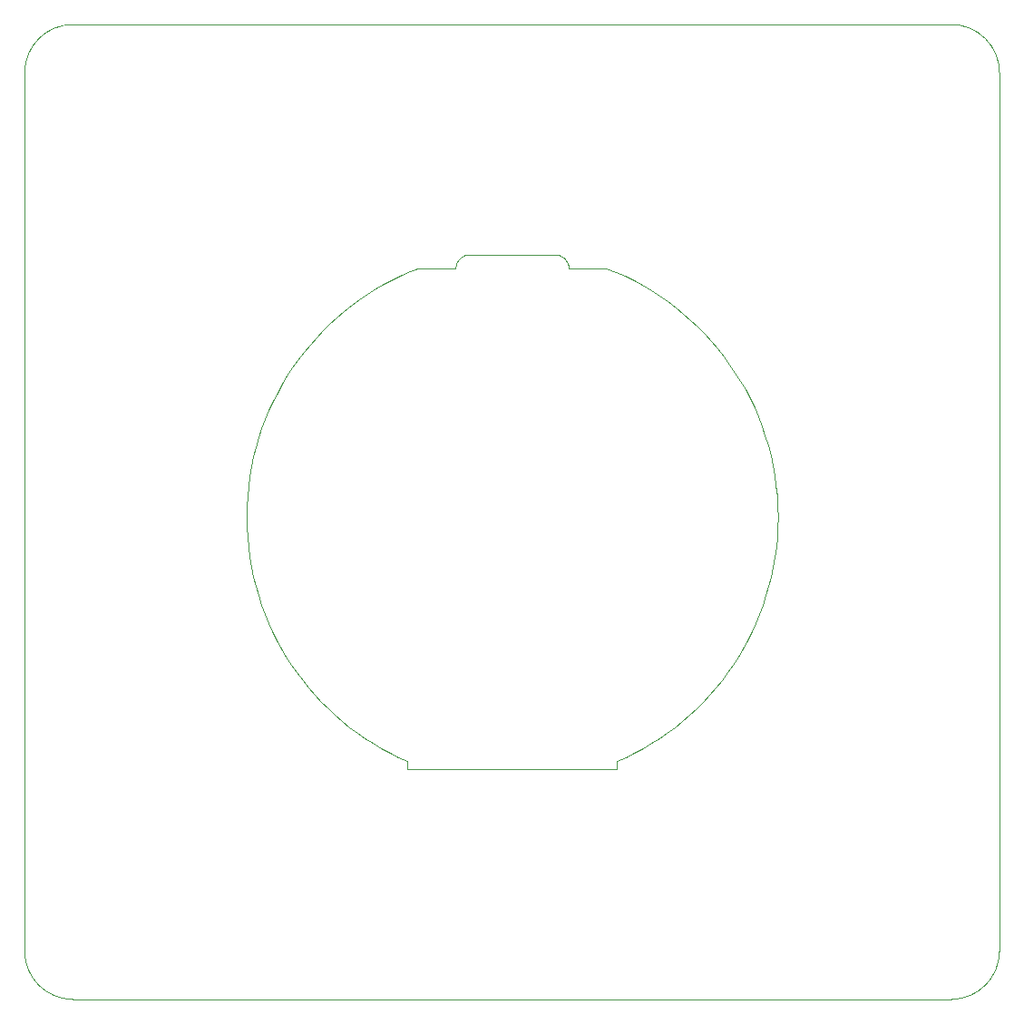
<source format=gbr>
%TF.GenerationSoftware,KiCad,Pcbnew,(5.1.8-0-10_14)*%
%TF.CreationDate,2021-08-11T22:05:50+02:00*%
%TF.ProjectId,Krasse-LED,4b726173-7365-42d4-9c45-442e6b696361,rev?*%
%TF.SameCoordinates,Original*%
%TF.FileFunction,Profile,NP*%
%FSLAX46Y46*%
G04 Gerber Fmt 4.6, Leading zero omitted, Abs format (unit mm)*
G04 Created by KiCad (PCBNEW (5.1.8-0-10_14)) date 2021-08-11 22:05:50*
%MOMM*%
%LPD*%
G01*
G04 APERTURE LIST*
%TA.AperFunction,Profile*%
%ADD10C,0.050000*%
%TD*%
%TA.AperFunction,Profile*%
%ADD11C,0.100000*%
%TD*%
G04 APERTURE END LIST*
D10*
X99000000Y-145500000D02*
G75*
G02*
X94500000Y-141000000I0J4500000D01*
G01*
X94500000Y-59000000D02*
X94500000Y-141000000D01*
X99000000Y-145500000D02*
X181000000Y-145500000D01*
X185500000Y-141000000D02*
X185500000Y-59000000D01*
X94500000Y-59000000D02*
G75*
G02*
X99000000Y-54500000I4500000J0D01*
G01*
X185500000Y-141000000D02*
G75*
G02*
X181000000Y-145500000I-4500000J0D01*
G01*
X181000000Y-54500000D02*
G75*
G02*
X185500000Y-59000000I0J-4500000D01*
G01*
X181000000Y-54500000D02*
X99000000Y-54500000D01*
D11*
%TO.C,D2*%
X164800000Y-100460000D02*
X164780621Y-99470521D01*
X164780621Y-99470521D02*
X164722967Y-98490874D01*
X164722967Y-98490874D02*
X164627762Y-97521782D01*
X164627762Y-97521782D02*
X164495728Y-96563968D01*
X164495728Y-96563968D02*
X164327588Y-95618155D01*
X164327588Y-95618155D02*
X164124066Y-94685066D01*
X164124066Y-94685066D02*
X163885885Y-93765424D01*
X163885885Y-93765424D02*
X163613768Y-92859953D01*
X163613768Y-92859953D02*
X163308439Y-91969375D01*
X163308439Y-91969375D02*
X162970620Y-91094414D01*
X162970620Y-91094414D02*
X162601034Y-90235794D01*
X162601034Y-90235794D02*
X162200406Y-89394236D01*
X162200406Y-89394236D02*
X161769457Y-88570464D01*
X161769457Y-88570464D02*
X161308912Y-87765202D01*
X161308912Y-87765202D02*
X160819494Y-86979173D01*
X160819494Y-86979173D02*
X160301925Y-86213100D01*
X160301925Y-86213100D02*
X159756928Y-85467705D01*
X159756928Y-85467705D02*
X159185228Y-84743712D01*
X159185228Y-84743712D02*
X158587547Y-84041845D01*
X158587547Y-84041845D02*
X157964609Y-83362826D01*
X157964609Y-83362826D02*
X157317136Y-82707378D01*
X157317136Y-82707378D02*
X156645852Y-82076225D01*
X156645852Y-82076225D02*
X155951480Y-81470090D01*
X155951480Y-81470090D02*
X155234743Y-80889696D01*
X155234743Y-80889696D02*
X154496365Y-80335767D01*
X154496365Y-80335767D02*
X153737068Y-79809024D01*
X153737068Y-79809024D02*
X152957576Y-79310192D01*
X152957576Y-79310192D02*
X152158612Y-78839994D01*
X152158612Y-78839994D02*
X151340899Y-78399152D01*
X151340899Y-78399152D02*
X150505161Y-77988390D01*
X150505161Y-77988390D02*
X149652120Y-77608432D01*
X149652120Y-77608432D02*
X148782500Y-77260000D01*
X148782500Y-77260000D02*
X145277999Y-77259801D01*
X130505400Y-77542500D02*
X130500000Y-77544600D01*
X130500000Y-77544600D02*
X129665809Y-77909029D01*
X129665809Y-77909029D02*
X128847903Y-78302836D01*
X128847903Y-78302836D02*
X128046949Y-78725349D01*
X128046949Y-78725349D02*
X127263618Y-79175902D01*
X127263618Y-79175902D02*
X126498576Y-79653825D01*
X126498576Y-79653825D02*
X125752494Y-80158449D01*
X125752494Y-80158449D02*
X125026040Y-80689106D01*
X125026040Y-80689106D02*
X124319882Y-81245126D01*
X124319882Y-81245126D02*
X123634690Y-81825842D01*
X123634690Y-81825842D02*
X122971133Y-82430584D01*
X122971133Y-82430584D02*
X122329878Y-83058683D01*
X122329878Y-83058683D02*
X121711596Y-83709471D01*
X121711596Y-83709471D02*
X121116954Y-84382279D01*
X121116954Y-84382279D02*
X120546622Y-85076439D01*
X120546622Y-85076439D02*
X120001268Y-85791281D01*
X120001268Y-85791281D02*
X119481562Y-86526137D01*
X119481562Y-86526137D02*
X118988171Y-87280338D01*
X118988171Y-87280338D02*
X118521765Y-88053215D01*
X118521765Y-88053215D02*
X118083012Y-88844100D01*
X118083012Y-88844100D02*
X117672582Y-89652323D01*
X117672582Y-89652323D02*
X117291143Y-90477217D01*
X117291143Y-90477217D02*
X116939363Y-91318111D01*
X116939363Y-91318111D02*
X116617913Y-92174338D01*
X116617913Y-92174338D02*
X116327460Y-93045229D01*
X116327460Y-93045229D02*
X116068673Y-93930115D01*
X116068673Y-93930115D02*
X115842221Y-94828327D01*
X115842221Y-94828327D02*
X115648773Y-95739197D01*
X115648773Y-95739197D02*
X115488998Y-96662055D01*
X115488998Y-96662055D02*
X115363564Y-97596233D01*
X115363564Y-97596233D02*
X115273140Y-98541062D01*
X115273140Y-98541062D02*
X115218395Y-99495874D01*
X115218395Y-99495874D02*
X115199999Y-100460000D01*
X115199999Y-100460000D02*
X115217988Y-101413415D01*
X115217988Y-101413415D02*
X115271524Y-102357730D01*
X115271524Y-102357730D02*
X115359962Y-103292297D01*
X115359962Y-103292297D02*
X115482653Y-104216471D01*
X115482653Y-104216471D02*
X115638952Y-105129605D01*
X115638952Y-105129605D02*
X115828212Y-106031052D01*
X115828212Y-106031052D02*
X116049786Y-106920166D01*
X116049786Y-106920166D02*
X116303028Y-107796300D01*
X116303028Y-107796300D02*
X116587292Y-108658807D01*
X116587292Y-108658807D02*
X116901929Y-109507041D01*
X116901929Y-109507041D02*
X117246295Y-110340355D01*
X117246295Y-110340355D02*
X117619742Y-111158103D01*
X117619742Y-111158103D02*
X118021624Y-111959638D01*
X118021624Y-111959638D02*
X118451294Y-112744313D01*
X118451294Y-112744313D02*
X118908105Y-113511483D01*
X118908105Y-113511483D02*
X119391411Y-114260500D01*
X119391411Y-114260500D02*
X119900566Y-114990717D01*
X119900566Y-114990717D02*
X120434923Y-115701489D01*
X120434923Y-115701489D02*
X120993834Y-116392169D01*
X120993834Y-116392169D02*
X121576654Y-117062109D01*
X121576654Y-117062109D02*
X122182736Y-117710664D01*
X122182736Y-117710664D02*
X122811434Y-118337187D01*
X122811434Y-118337187D02*
X123462100Y-118941031D01*
X123462100Y-118941031D02*
X124134088Y-119521550D01*
X124134088Y-119521550D02*
X124826752Y-120078097D01*
X124826752Y-120078097D02*
X125539444Y-120610025D01*
X125539444Y-120610025D02*
X126271519Y-121116689D01*
X126271519Y-121116689D02*
X127022330Y-121597441D01*
X127022330Y-121597441D02*
X127791230Y-122051634D01*
X127791230Y-122051634D02*
X128577573Y-122478623D01*
X128577573Y-122478623D02*
X129380711Y-122877761D01*
X129380711Y-122877761D02*
X130199999Y-123248401D01*
X149800000Y-123248401D02*
X150619287Y-122877761D01*
X150619287Y-122877761D02*
X151422426Y-122478622D01*
X151422426Y-122478622D02*
X152208768Y-122051632D01*
X152208768Y-122051632D02*
X152977668Y-121597437D01*
X152977668Y-121597437D02*
X153728479Y-121116683D01*
X153728479Y-121116683D02*
X154460554Y-120610017D01*
X154460554Y-120610017D02*
X155173247Y-120078086D01*
X155173247Y-120078086D02*
X155865910Y-119521536D01*
X155865910Y-119521536D02*
X156537899Y-118941014D01*
X156537899Y-118941014D02*
X157188565Y-118337167D01*
X157188565Y-118337167D02*
X157817262Y-117710641D01*
X157817262Y-117710641D02*
X158423344Y-117062083D01*
X158423344Y-117062083D02*
X159006164Y-116392139D01*
X159006164Y-116392139D02*
X159565076Y-115701457D01*
X159565076Y-115701457D02*
X160099432Y-114990682D01*
X160099432Y-114990682D02*
X160608587Y-114260462D01*
X160608587Y-114260462D02*
X161091893Y-113511443D01*
X161091893Y-113511443D02*
X161548705Y-112744272D01*
X161548705Y-112744272D02*
X161978375Y-111959595D01*
X161978375Y-111959595D02*
X162380256Y-111158059D01*
X162380256Y-111158059D02*
X162753703Y-110340310D01*
X162753703Y-110340310D02*
X163098069Y-109506996D01*
X163098069Y-109506996D02*
X163412707Y-108658763D01*
X163412707Y-108658763D02*
X163696970Y-107796257D01*
X163696970Y-107796257D02*
X163950212Y-106920126D01*
X163950212Y-106920126D02*
X164171786Y-106031015D01*
X164171786Y-106031015D02*
X164361046Y-105129572D01*
X164361046Y-105129572D02*
X164517345Y-104216443D01*
X164517345Y-104216443D02*
X164640036Y-103292274D01*
X164640036Y-103292274D02*
X164728474Y-102357713D01*
X164728474Y-102357713D02*
X164782010Y-101413406D01*
X164782010Y-101413406D02*
X164800000Y-100460000D01*
X136000000Y-75981800D02*
X144000000Y-75981800D01*
X145277999Y-77259801D02*
X145271400Y-77129136D01*
X145271400Y-77129136D02*
X145252033Y-77002244D01*
X145252033Y-77002244D02*
X145220541Y-76879769D01*
X145220541Y-76879769D02*
X145177564Y-76762353D01*
X145177564Y-76762353D02*
X145123747Y-76650638D01*
X145123747Y-76650638D02*
X145059731Y-76545267D01*
X145059731Y-76545267D02*
X144986159Y-76446881D01*
X144986159Y-76446881D02*
X144903674Y-76356125D01*
X144903674Y-76356125D02*
X144812918Y-76273639D01*
X144812918Y-76273639D02*
X144714532Y-76200067D01*
X144714532Y-76200067D02*
X144609161Y-76136051D01*
X144609161Y-76136051D02*
X144497446Y-76082234D01*
X144497446Y-76082234D02*
X144380030Y-76039258D01*
X144380030Y-76039258D02*
X144257555Y-76007765D01*
X144257555Y-76007765D02*
X144130664Y-75988398D01*
X144130664Y-75988398D02*
X144000000Y-75981800D01*
X136000000Y-75981800D02*
X135869335Y-75988398D01*
X135869335Y-75988398D02*
X135742444Y-76007765D01*
X135742444Y-76007765D02*
X135619969Y-76039258D01*
X135619969Y-76039258D02*
X135502553Y-76082234D01*
X135502553Y-76082234D02*
X135390838Y-76136051D01*
X135390838Y-76136051D02*
X135285466Y-76200067D01*
X135285466Y-76200067D02*
X135187081Y-76273639D01*
X135187081Y-76273639D02*
X135096325Y-76356125D01*
X135096325Y-76356125D02*
X135013839Y-76446881D01*
X135013839Y-76446881D02*
X134940267Y-76545267D01*
X134940267Y-76545267D02*
X134876251Y-76650638D01*
X134876251Y-76650638D02*
X134822434Y-76762353D01*
X134822434Y-76762353D02*
X134779458Y-76879769D01*
X134779458Y-76879769D02*
X134747965Y-77002244D01*
X134747965Y-77002244D02*
X134728598Y-77129136D01*
X134728598Y-77129136D02*
X134722000Y-77259801D01*
X149800000Y-123248401D02*
X149800000Y-124020900D01*
X149800000Y-124020900D02*
X130199999Y-124020900D01*
X130199999Y-124020900D02*
X130199999Y-123248401D01*
X134722000Y-77259801D02*
X131217500Y-77260000D01*
X131217500Y-77260000D02*
X131105513Y-77302732D01*
X131105513Y-77302732D02*
X130993800Y-77345989D01*
X130993800Y-77345989D02*
X130882356Y-77389768D01*
X130882356Y-77389768D02*
X130771177Y-77434069D01*
X130771177Y-77434069D02*
X130660258Y-77478887D01*
X130660258Y-77478887D02*
X130549594Y-77524222D01*
X130549594Y-77524222D02*
X130505400Y-77542500D01*
%TD*%
M02*

</source>
